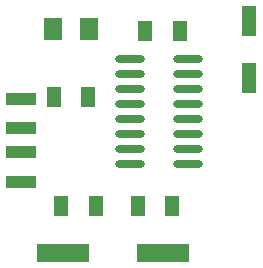
<source format=gbr>
G04*
G04 #@! TF.GenerationSoftware,Altium Limited,Altium Designer,24.2.2 (26)*
G04*
G04 Layer_Color=8421504*
%FSLAX44Y44*%
%MOMM*%
G71*
G04*
G04 #@! TF.SameCoordinates,DFB6B591-CCAE-404B-BE94-5E2210191FEB*
G04*
G04*
G04 #@! TF.FilePolarity,Positive*
G04*
G01*
G75*
%ADD14R,1.2000X2.5000*%
%ADD15R,1.3000X1.8000*%
%ADD16R,1.5000X1.9000*%
%ADD17O,2.5000X0.7000*%
%ADD18R,4.5000X1.5000*%
%ADD19R,2.5000X1.0000*%
D14*
X246380Y221390D02*
D03*
Y173390D02*
D03*
D15*
X187220Y213360D02*
D03*
X158220D02*
D03*
X109750Y157480D02*
D03*
X80750D02*
D03*
X180870Y64770D02*
D03*
X151870D02*
D03*
X87100D02*
D03*
X116100D02*
D03*
D16*
X110750Y214632D02*
D03*
X79750D02*
D03*
D17*
X145680Y189230D02*
D03*
Y176530D02*
D03*
Y163830D02*
D03*
Y151130D02*
D03*
Y138430D02*
D03*
Y125730D02*
D03*
Y113030D02*
D03*
Y100330D02*
D03*
X194680Y189230D02*
D03*
Y176530D02*
D03*
Y163830D02*
D03*
Y151130D02*
D03*
Y138430D02*
D03*
Y125730D02*
D03*
Y113030D02*
D03*
Y100330D02*
D03*
D18*
X173310Y25400D02*
D03*
X88310D02*
D03*
D19*
X53000Y85650D02*
D03*
Y110650D02*
D03*
Y130650D02*
D03*
Y155650D02*
D03*
M02*

</source>
